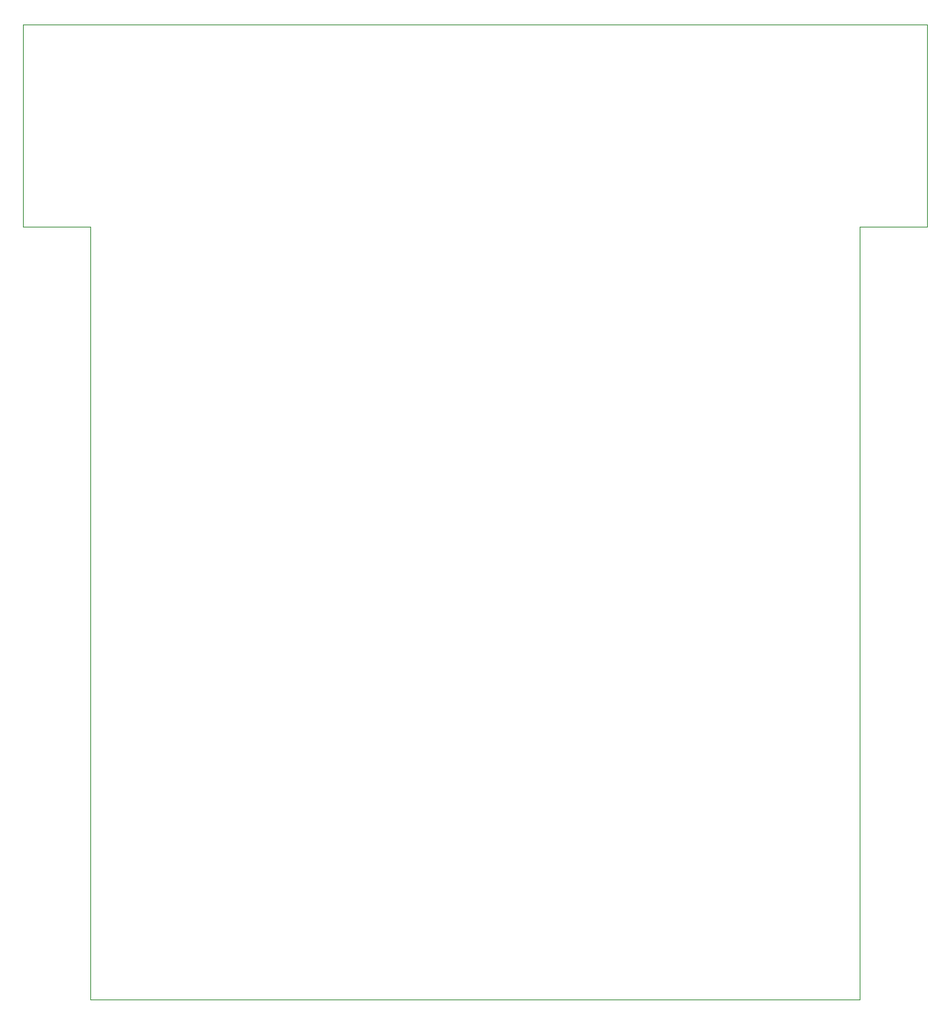
<source format=gm1>
G04 #@! TF.GenerationSoftware,KiCad,Pcbnew,(5.1.6-0-10_14)*
G04 #@! TF.CreationDate,2020-11-30T16:05:06+01:00*
G04 #@! TF.ProjectId,CHAdeMO_V2.0,43484164-654d-44f5-9f56-322e302e6b69,rev?*
G04 #@! TF.SameCoordinates,Original*
G04 #@! TF.FileFunction,Profile,NP*
%FSLAX46Y46*%
G04 Gerber Fmt 4.6, Leading zero omitted, Abs format (unit mm)*
G04 Created by KiCad (PCBNEW (5.1.6-0-10_14)) date 2020-11-30 16:05:06*
%MOMM*%
%LPD*%
G01*
G04 APERTURE LIST*
G04 #@! TA.AperFunction,Profile*
%ADD10C,0.100000*%
G04 #@! TD*
G04 APERTURE END LIST*
D10*
X50000000Y-41920000D02*
X57450000Y-41920000D01*
X50000000Y-64310000D02*
X50000000Y-41920000D01*
X57450000Y-64310000D02*
X50000000Y-64310000D01*
X150000000Y-41920000D02*
X142550000Y-41920000D01*
X150000000Y-64310000D02*
X150000000Y-41920000D01*
X142550000Y-64310000D02*
X150000000Y-64310000D01*
X142550000Y-149670000D02*
X142550000Y-64310000D01*
X57449720Y-149669500D02*
X142549720Y-149669500D01*
X57450000Y-149670000D02*
X57450000Y-64310000D01*
X57450000Y-41920000D02*
X142550000Y-41920000D01*
M02*

</source>
